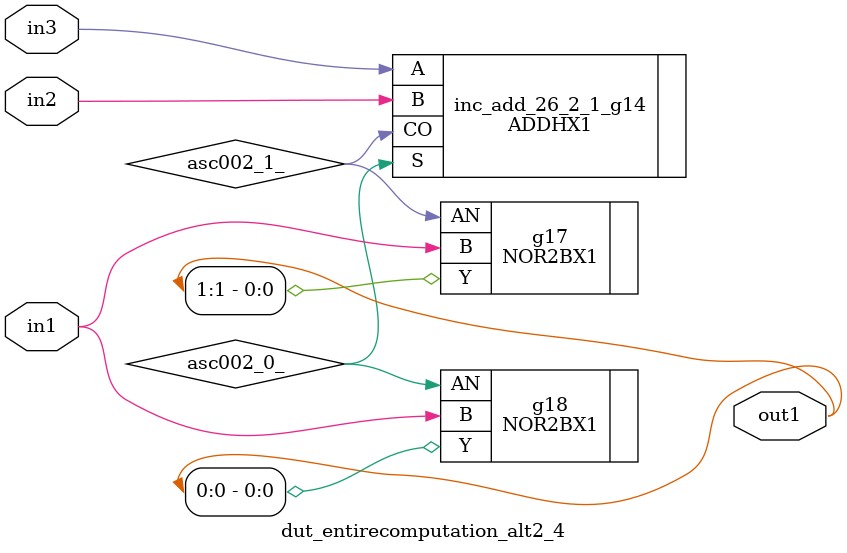
<source format=v>
`timescale 1ps / 1ps


module dut_entirecomputation_alt2_4(in1, in2, in3, out1);
  input in1, in2, in3;
  output [1:0] out1;
  wire in1, in2, in3;
  wire [1:0] out1;
  wire asc002_0_, asc002_1_;
  NOR2BX1 g17(.AN (asc002_1_), .B (in1), .Y (out1[1]));
  NOR2BX1 g18(.AN (asc002_0_), .B (in1), .Y (out1[0]));
  ADDHX1 inc_add_26_2_1_g14(.A (in3), .B (in2), .CO (asc002_1_), .S
       (asc002_0_));
endmodule


</source>
